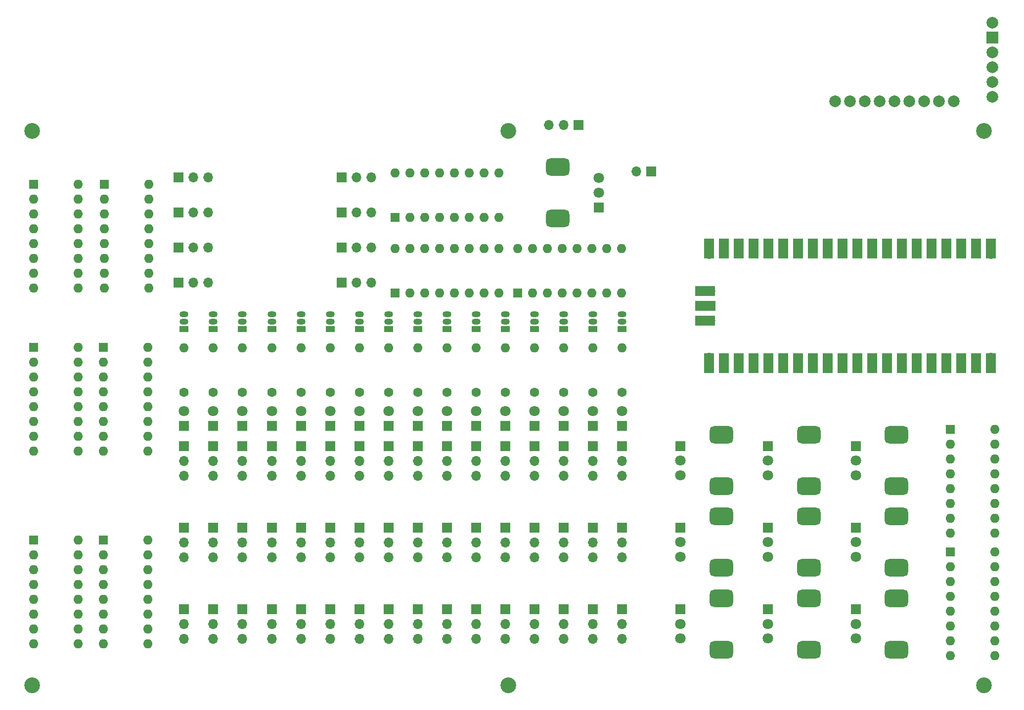
<source format=gbs>
G04 #@! TF.GenerationSoftware,KiCad,Pcbnew,8.0.7*
G04 #@! TF.CreationDate,2025-03-19T21:22:19+01:00*
G04 #@! TF.ProjectId,drum_machine,6472756d-5f6d-4616-9368-696e652e6b69,rev?*
G04 #@! TF.SameCoordinates,Original*
G04 #@! TF.FileFunction,Soldermask,Bot*
G04 #@! TF.FilePolarity,Negative*
%FSLAX46Y46*%
G04 Gerber Fmt 4.6, Leading zero omitted, Abs format (unit mm)*
G04 Created by KiCad (PCBNEW 8.0.7) date 2025-03-19 21:22:19*
%MOMM*%
%LPD*%
G01*
G04 APERTURE LIST*
G04 Aperture macros list*
%AMRoundRect*
0 Rectangle with rounded corners*
0 $1 Rounding radius*
0 $2 $3 $4 $5 $6 $7 $8 $9 X,Y pos of 4 corners*
0 Add a 4 corners polygon primitive as box body*
4,1,4,$2,$3,$4,$5,$6,$7,$8,$9,$2,$3,0*
0 Add four circle primitives for the rounded corners*
1,1,$1+$1,$2,$3*
1,1,$1+$1,$4,$5*
1,1,$1+$1,$6,$7*
1,1,$1+$1,$8,$9*
0 Add four rect primitives between the rounded corners*
20,1,$1+$1,$2,$3,$4,$5,0*
20,1,$1+$1,$4,$5,$6,$7,0*
20,1,$1+$1,$6,$7,$8,$9,0*
20,1,$1+$1,$8,$9,$2,$3,0*%
G04 Aperture macros list end*
%ADD10C,1.600000*%
%ADD11O,1.600000X1.600000*%
%ADD12R,1.500000X1.050000*%
%ADD13O,1.500000X1.050000*%
%ADD14R,1.800000X1.800000*%
%ADD15C,1.800000*%
%ADD16R,1.700000X1.700000*%
%ADD17O,1.700000X1.700000*%
%ADD18C,2.700000*%
%ADD19RoundRect,0.750000X-1.250000X-0.750000X1.250000X-0.750000X1.250000X0.750000X-1.250000X0.750000X0*%
%ADD20R,1.600000X1.600000*%
%ADD21RoundRect,0.750000X1.250000X0.750000X-1.250000X0.750000X-1.250000X-0.750000X1.250000X-0.750000X0*%
%ADD22C,2.000000*%
%ADD23R,2.000000X2.000000*%
%ADD24R,1.700000X3.500000*%
%ADD25R,3.500000X1.700000*%
G04 APERTURE END LIST*
D10*
X72000000Y-96810000D03*
D11*
X72000000Y-89190000D03*
D12*
X62000000Y-86000000D03*
D13*
X62000000Y-84730000D03*
X62000000Y-83460000D03*
D14*
X72000000Y-102540000D03*
D15*
X72000000Y-100000000D03*
D16*
X97000000Y-134000000D03*
D17*
X97000000Y-136540000D03*
X97000000Y-139080000D03*
D16*
X67000000Y-106000000D03*
D17*
X67000000Y-108540000D03*
X67000000Y-111080000D03*
D10*
X77000000Y-96810000D03*
D11*
X77000000Y-89190000D03*
D16*
X132000000Y-134000000D03*
D17*
X132000000Y-136540000D03*
X132000000Y-139080000D03*
D16*
X77000000Y-134000000D03*
D17*
X77000000Y-136540000D03*
X77000000Y-139080000D03*
D18*
X117500000Y-52000000D03*
D14*
X117000000Y-102540000D03*
D15*
X117000000Y-100000000D03*
D16*
X127000000Y-106000000D03*
D17*
X127000000Y-108540000D03*
X127000000Y-111080000D03*
D16*
X67000000Y-120000000D03*
D17*
X67000000Y-122540000D03*
X67000000Y-125080000D03*
D14*
X162000000Y-106000000D03*
D15*
X162000000Y-108500000D03*
X162000000Y-111000000D03*
D19*
X169000000Y-104100000D03*
X169000000Y-112900000D03*
D14*
X112000000Y-102540000D03*
D15*
X112000000Y-100000000D03*
D12*
X82000000Y-86000000D03*
D13*
X82000000Y-84730000D03*
X82000000Y-83460000D03*
D16*
X107000000Y-120000000D03*
D17*
X107000000Y-122540000D03*
X107000000Y-125080000D03*
D16*
X61000000Y-60000000D03*
D17*
X63540000Y-60000000D03*
X66080000Y-60000000D03*
D16*
X122000000Y-134000000D03*
D17*
X122000000Y-136540000D03*
X122000000Y-139080000D03*
D12*
X67000000Y-86000000D03*
D13*
X67000000Y-84730000D03*
X67000000Y-83460000D03*
D12*
X127000000Y-86000000D03*
D13*
X127000000Y-84730000D03*
X127000000Y-83460000D03*
D16*
X137000000Y-120000000D03*
D17*
X137000000Y-122540000D03*
X137000000Y-125080000D03*
D14*
X97000000Y-102540000D03*
D15*
X97000000Y-100000000D03*
D20*
X48200000Y-89125000D03*
D11*
X48200000Y-91665000D03*
X48200000Y-94205000D03*
X48200000Y-96745000D03*
X48200000Y-99285000D03*
X48200000Y-101825000D03*
X48200000Y-104365000D03*
X48200000Y-106905000D03*
X55820000Y-106905000D03*
X55820000Y-104365000D03*
X55820000Y-101825000D03*
X55820000Y-99285000D03*
X55820000Y-96745000D03*
X55820000Y-94205000D03*
X55820000Y-91665000D03*
X55820000Y-89125000D03*
D16*
X72000000Y-106000000D03*
D17*
X72000000Y-108540000D03*
X72000000Y-111080000D03*
D10*
X137000000Y-96810000D03*
D11*
X137000000Y-89190000D03*
D16*
X72000000Y-120000000D03*
D17*
X72000000Y-122540000D03*
X72000000Y-125080000D03*
D10*
X62000000Y-96810000D03*
D11*
X62000000Y-89190000D03*
D12*
X92000000Y-86000000D03*
D13*
X92000000Y-84730000D03*
X92000000Y-83460000D03*
D16*
X87000000Y-120000000D03*
D17*
X87000000Y-122540000D03*
X87000000Y-125080000D03*
D12*
X102000000Y-86000000D03*
D13*
X102000000Y-84730000D03*
X102000000Y-83460000D03*
D20*
X193200000Y-124125000D03*
D11*
X193200000Y-126665000D03*
X193200000Y-129205000D03*
X193200000Y-131745000D03*
X193200000Y-134285000D03*
X193200000Y-136825000D03*
X193200000Y-139365000D03*
X193200000Y-141905000D03*
X200820000Y-141905000D03*
X200820000Y-139365000D03*
X200820000Y-136825000D03*
X200820000Y-134285000D03*
X200820000Y-131745000D03*
X200820000Y-129205000D03*
X200820000Y-126665000D03*
X200820000Y-124125000D03*
D16*
X132000000Y-106000000D03*
D17*
X132000000Y-108540000D03*
X132000000Y-111080000D03*
D16*
X89000000Y-78000000D03*
D17*
X91540000Y-78000000D03*
X94080000Y-78000000D03*
D16*
X92000000Y-134000000D03*
D17*
X92000000Y-136540000D03*
X92000000Y-139080000D03*
D20*
X36200000Y-61125000D03*
D11*
X36200000Y-63665000D03*
X36200000Y-66205000D03*
X36200000Y-68745000D03*
X36200000Y-71285000D03*
X36200000Y-73825000D03*
X36200000Y-76365000D03*
X36200000Y-78905000D03*
X43820000Y-78905000D03*
X43820000Y-76365000D03*
X43820000Y-73825000D03*
X43820000Y-71285000D03*
X43820000Y-68745000D03*
X43820000Y-66205000D03*
X43820000Y-63665000D03*
X43820000Y-61125000D03*
D12*
X132000000Y-86000000D03*
D13*
X132000000Y-84730000D03*
X132000000Y-83460000D03*
D16*
X117000000Y-134000000D03*
D17*
X117000000Y-136540000D03*
X117000000Y-139080000D03*
D18*
X199000000Y-52000000D03*
D16*
X67000000Y-134000000D03*
D17*
X67000000Y-136540000D03*
X67000000Y-139080000D03*
D16*
X107000000Y-134000000D03*
D17*
X107000000Y-136540000D03*
X107000000Y-139080000D03*
D10*
X107000000Y-96810000D03*
D11*
X107000000Y-89190000D03*
D16*
X102000000Y-120000000D03*
D17*
X102000000Y-122540000D03*
X102000000Y-125080000D03*
D10*
X132000000Y-96810000D03*
D11*
X132000000Y-89190000D03*
D16*
X107000000Y-106000000D03*
D17*
X107000000Y-108540000D03*
X107000000Y-111080000D03*
D16*
X89000000Y-60000000D03*
D17*
X91540000Y-60000000D03*
X94080000Y-60000000D03*
D16*
X102000000Y-106000000D03*
D17*
X102000000Y-108540000D03*
X102000000Y-111080000D03*
D16*
X87000000Y-134000000D03*
D17*
X87000000Y-136540000D03*
X87000000Y-139080000D03*
D16*
X112000000Y-106000000D03*
D17*
X112000000Y-108540000D03*
X112000000Y-111080000D03*
D12*
X107000000Y-86000000D03*
D13*
X107000000Y-84730000D03*
X107000000Y-83460000D03*
D16*
X61000000Y-66000000D03*
D17*
X63540000Y-66000000D03*
X66080000Y-66000000D03*
D16*
X97000000Y-120000000D03*
D17*
X97000000Y-122540000D03*
X97000000Y-125080000D03*
D16*
X77000000Y-106000000D03*
D17*
X77000000Y-108540000D03*
X77000000Y-111080000D03*
D20*
X119125000Y-79800000D03*
D11*
X121665000Y-79800000D03*
X124205000Y-79800000D03*
X126745000Y-79800000D03*
X129285000Y-79800000D03*
X131825000Y-79800000D03*
X134365000Y-79800000D03*
X136905000Y-79800000D03*
X136905000Y-72180000D03*
X134365000Y-72180000D03*
X131825000Y-72180000D03*
X129285000Y-72180000D03*
X126745000Y-72180000D03*
X124205000Y-72180000D03*
X121665000Y-72180000D03*
X119125000Y-72180000D03*
D14*
X177000000Y-120000000D03*
D15*
X177000000Y-122500000D03*
X177000000Y-125000000D03*
D19*
X184000000Y-118100000D03*
X184000000Y-126900000D03*
D18*
X36000000Y-52000000D03*
D16*
X127000000Y-134000000D03*
D17*
X127000000Y-136540000D03*
X127000000Y-139080000D03*
D14*
X133000000Y-65100000D03*
D15*
X133000000Y-62600000D03*
X133000000Y-60100000D03*
D21*
X126000000Y-67000000D03*
X126000000Y-58200000D03*
D12*
X77000000Y-86000000D03*
D13*
X77000000Y-84730000D03*
X77000000Y-83460000D03*
D16*
X92000000Y-106000000D03*
D17*
X92000000Y-108540000D03*
X92000000Y-111080000D03*
D16*
X137000000Y-106000000D03*
D17*
X137000000Y-108540000D03*
X137000000Y-111080000D03*
D16*
X82000000Y-120000000D03*
D17*
X82000000Y-122540000D03*
X82000000Y-125080000D03*
D16*
X142000000Y-59000000D03*
D17*
X139460000Y-59000000D03*
D16*
X127000000Y-120000000D03*
D17*
X127000000Y-122540000D03*
X127000000Y-125080000D03*
D16*
X117000000Y-106000000D03*
D17*
X117000000Y-108540000D03*
X117000000Y-111080000D03*
D16*
X82000000Y-106000000D03*
D17*
X82000000Y-108540000D03*
X82000000Y-111080000D03*
D12*
X122000000Y-86000000D03*
D13*
X122000000Y-84730000D03*
X122000000Y-83460000D03*
D10*
X112000000Y-96810000D03*
D11*
X112000000Y-89190000D03*
D22*
X200394000Y-46160000D03*
X200394000Y-43620000D03*
X200394000Y-41080000D03*
X200394000Y-38540000D03*
D23*
X200394000Y-36000000D03*
D22*
X200394000Y-33460000D03*
X193790000Y-46922000D03*
X191250000Y-46922000D03*
X188710000Y-46922000D03*
X186170000Y-46922000D03*
X183630000Y-46922000D03*
X181090000Y-46922000D03*
X178550000Y-46922000D03*
X176010000Y-46922000D03*
X173470000Y-46922000D03*
D14*
X67000000Y-102540000D03*
D15*
X67000000Y-100000000D03*
D10*
X82000000Y-96810000D03*
D11*
X82000000Y-89190000D03*
D12*
X117000000Y-86000000D03*
D13*
X117000000Y-84730000D03*
X117000000Y-83460000D03*
D14*
X177000000Y-134000000D03*
D15*
X177000000Y-136500000D03*
X177000000Y-139000000D03*
D19*
X184000000Y-132100000D03*
X184000000Y-140900000D03*
D16*
X112000000Y-120000000D03*
D17*
X112000000Y-122540000D03*
X112000000Y-125080000D03*
D14*
X137000000Y-102540000D03*
D15*
X137000000Y-100000000D03*
D10*
X92000000Y-96810000D03*
D11*
X92000000Y-89190000D03*
D14*
X107000000Y-102540000D03*
D15*
X107000000Y-100000000D03*
D10*
X122000000Y-96810000D03*
D11*
X122000000Y-89190000D03*
D20*
X48300000Y-61125000D03*
D11*
X48300000Y-63665000D03*
X48300000Y-66205000D03*
X48300000Y-68745000D03*
X48300000Y-71285000D03*
X48300000Y-73825000D03*
X48300000Y-76365000D03*
X48300000Y-78905000D03*
X55920000Y-78905000D03*
X55920000Y-76365000D03*
X55920000Y-73825000D03*
X55920000Y-71285000D03*
X55920000Y-68745000D03*
X55920000Y-66205000D03*
X55920000Y-63665000D03*
X55920000Y-61125000D03*
D16*
X62000000Y-106000000D03*
D17*
X62000000Y-108540000D03*
X62000000Y-111080000D03*
D14*
X102000000Y-102540000D03*
D15*
X102000000Y-100000000D03*
D14*
X147000000Y-120000000D03*
D15*
X147000000Y-122500000D03*
X147000000Y-125000000D03*
D19*
X154000000Y-118100000D03*
X154000000Y-126900000D03*
D16*
X122000000Y-106000000D03*
D17*
X122000000Y-108540000D03*
X122000000Y-111080000D03*
D12*
X97000000Y-86000000D03*
D13*
X97000000Y-84730000D03*
X97000000Y-83460000D03*
D14*
X82000000Y-102540000D03*
D15*
X82000000Y-100000000D03*
D16*
X62000000Y-120000000D03*
D17*
X62000000Y-122540000D03*
X62000000Y-125080000D03*
D16*
X137000000Y-134000000D03*
D17*
X137000000Y-136540000D03*
X137000000Y-139080000D03*
D20*
X98125000Y-79800000D03*
D11*
X100665000Y-79800000D03*
X103205000Y-79800000D03*
X105745000Y-79800000D03*
X108285000Y-79800000D03*
X110825000Y-79800000D03*
X113365000Y-79800000D03*
X115905000Y-79800000D03*
X115905000Y-72180000D03*
X113365000Y-72180000D03*
X110825000Y-72180000D03*
X108285000Y-72180000D03*
X105745000Y-72180000D03*
X103205000Y-72180000D03*
X100665000Y-72180000D03*
X98125000Y-72180000D03*
D16*
X117000000Y-120000000D03*
D17*
X117000000Y-122540000D03*
X117000000Y-125080000D03*
D14*
X77000000Y-102540000D03*
D15*
X77000000Y-100000000D03*
D10*
X67000000Y-96810000D03*
D11*
X67000000Y-89190000D03*
D10*
X127000000Y-96810000D03*
D11*
X127000000Y-89190000D03*
D10*
X97000000Y-96810000D03*
D11*
X97000000Y-89190000D03*
D16*
X77000000Y-120000000D03*
D17*
X77000000Y-122540000D03*
X77000000Y-125080000D03*
D14*
X147000000Y-134000000D03*
D15*
X147000000Y-136500000D03*
X147000000Y-139000000D03*
D19*
X154000000Y-132100000D03*
X154000000Y-140900000D03*
D10*
X87000000Y-96810000D03*
D11*
X87000000Y-89190000D03*
D16*
X97000000Y-106000000D03*
D17*
X97000000Y-108540000D03*
X97000000Y-111080000D03*
D14*
X147000000Y-106000000D03*
D15*
X147000000Y-108500000D03*
X147000000Y-111000000D03*
D19*
X154000000Y-104100000D03*
X154000000Y-112900000D03*
D20*
X98125000Y-66800000D03*
D11*
X100665000Y-66800000D03*
X103205000Y-66800000D03*
X105745000Y-66800000D03*
X108285000Y-66800000D03*
X110825000Y-66800000D03*
X113365000Y-66800000D03*
X115905000Y-66800000D03*
X115905000Y-59180000D03*
X113365000Y-59180000D03*
X110825000Y-59180000D03*
X108285000Y-59180000D03*
X105745000Y-59180000D03*
X103205000Y-59180000D03*
X100665000Y-59180000D03*
X98125000Y-59180000D03*
D16*
X102000000Y-134000000D03*
D17*
X102000000Y-136540000D03*
X102000000Y-139080000D03*
D16*
X72000000Y-134000000D03*
D17*
X72000000Y-136540000D03*
X72000000Y-139080000D03*
D16*
X89000000Y-72000000D03*
D17*
X91540000Y-72000000D03*
X94080000Y-72000000D03*
D16*
X62000000Y-134000000D03*
D17*
X62000000Y-136540000D03*
X62000000Y-139080000D03*
D16*
X61000000Y-72000000D03*
D17*
X63540000Y-72000000D03*
X66080000Y-72000000D03*
D18*
X36000000Y-147000000D03*
D16*
X92000000Y-120000000D03*
D17*
X92000000Y-122540000D03*
X92000000Y-125080000D03*
D14*
X132000000Y-102540000D03*
D15*
X132000000Y-100000000D03*
D14*
X92000000Y-102540000D03*
D15*
X92000000Y-100000000D03*
D14*
X162000000Y-120000000D03*
D15*
X162000000Y-122500000D03*
X162000000Y-125000000D03*
D19*
X169000000Y-118100000D03*
X169000000Y-126900000D03*
D16*
X87000000Y-106000000D03*
D17*
X87000000Y-108540000D03*
X87000000Y-111080000D03*
D16*
X112000000Y-134000000D03*
D17*
X112000000Y-136540000D03*
X112000000Y-139080000D03*
D16*
X89000000Y-66000000D03*
D17*
X91540000Y-66000000D03*
X94080000Y-66000000D03*
D14*
X62000000Y-102540000D03*
D15*
X62000000Y-100000000D03*
D12*
X137000000Y-86000000D03*
D13*
X137000000Y-84730000D03*
X137000000Y-83460000D03*
D12*
X72000000Y-86000000D03*
D13*
X72000000Y-84730000D03*
X72000000Y-83460000D03*
D16*
X129500000Y-51000000D03*
D17*
X126960000Y-51000000D03*
X124420000Y-51000000D03*
D14*
X87000000Y-102540000D03*
D15*
X87000000Y-100000000D03*
D16*
X122000000Y-120000000D03*
D17*
X122000000Y-122540000D03*
X122000000Y-125080000D03*
D10*
X117000000Y-96810000D03*
D11*
X117000000Y-89190000D03*
D12*
X112000000Y-86000000D03*
D13*
X112000000Y-84730000D03*
X112000000Y-83460000D03*
D16*
X82000000Y-134000000D03*
D17*
X82000000Y-136540000D03*
X82000000Y-139080000D03*
D16*
X61000000Y-78000000D03*
D17*
X63540000Y-78000000D03*
X66080000Y-78000000D03*
D14*
X127000000Y-102540000D03*
D15*
X127000000Y-100000000D03*
D20*
X193200000Y-103125000D03*
D11*
X193200000Y-105665000D03*
X193200000Y-108205000D03*
X193200000Y-110745000D03*
X193200000Y-113285000D03*
X193200000Y-115825000D03*
X193200000Y-118365000D03*
X193200000Y-120905000D03*
X200820000Y-120905000D03*
X200820000Y-118365000D03*
X200820000Y-115825000D03*
X200820000Y-113285000D03*
X200820000Y-110745000D03*
X200820000Y-108205000D03*
X200820000Y-105665000D03*
X200820000Y-103125000D03*
D20*
X36200000Y-89125000D03*
D11*
X36200000Y-91665000D03*
X36200000Y-94205000D03*
X36200000Y-96745000D03*
X36200000Y-99285000D03*
X36200000Y-101825000D03*
X36200000Y-104365000D03*
X36200000Y-106905000D03*
X43820000Y-106905000D03*
X43820000Y-104365000D03*
X43820000Y-101825000D03*
X43820000Y-99285000D03*
X43820000Y-96745000D03*
X43820000Y-94205000D03*
X43820000Y-91665000D03*
X43820000Y-89125000D03*
D16*
X132000000Y-120000000D03*
D17*
X132000000Y-122540000D03*
X132000000Y-125080000D03*
D10*
X102000000Y-96810000D03*
D11*
X102000000Y-89190000D03*
D20*
X36200000Y-122125000D03*
D11*
X36200000Y-124665000D03*
X36200000Y-127205000D03*
X36200000Y-129745000D03*
X36200000Y-132285000D03*
X36200000Y-134825000D03*
X36200000Y-137365000D03*
X36200000Y-139905000D03*
X43820000Y-139905000D03*
X43820000Y-137365000D03*
X43820000Y-134825000D03*
X43820000Y-132285000D03*
X43820000Y-129745000D03*
X43820000Y-127205000D03*
X43820000Y-124665000D03*
X43820000Y-122125000D03*
D18*
X117500000Y-147000000D03*
X199000000Y-147000000D03*
D14*
X162000000Y-134000000D03*
D15*
X162000000Y-136500000D03*
X162000000Y-139000000D03*
D19*
X169000000Y-132100000D03*
X169000000Y-140900000D03*
D14*
X122000000Y-102540000D03*
D15*
X122000000Y-100000000D03*
D14*
X177000000Y-106000000D03*
D15*
X177000000Y-108500000D03*
X177000000Y-111000000D03*
D19*
X184000000Y-104100000D03*
X184000000Y-112900000D03*
D20*
X48200000Y-122125000D03*
D11*
X48200000Y-124665000D03*
X48200000Y-127205000D03*
X48200000Y-129745000D03*
X48200000Y-132285000D03*
X48200000Y-134825000D03*
X48200000Y-137365000D03*
X48200000Y-139905000D03*
X55820000Y-139905000D03*
X55820000Y-137365000D03*
X55820000Y-134825000D03*
X55820000Y-132285000D03*
X55820000Y-129745000D03*
X55820000Y-127205000D03*
X55820000Y-124665000D03*
X55820000Y-122125000D03*
D12*
X87000000Y-86000000D03*
D13*
X87000000Y-84730000D03*
X87000000Y-83460000D03*
D17*
X200130000Y-90890000D03*
D24*
X200130000Y-91790000D03*
X197590000Y-91790000D03*
X195050000Y-91790000D03*
X192510000Y-91790000D03*
X189970000Y-91790000D03*
X187430000Y-91790000D03*
X184890000Y-91790000D03*
X182350000Y-91790000D03*
X179810000Y-91790000D03*
X177270000Y-91790000D03*
X174730000Y-91790000D03*
X172190000Y-91790000D03*
X169650000Y-91790000D03*
X167110000Y-91790000D03*
X164570000Y-91790000D03*
X162030000Y-91790000D03*
X159490000Y-91790000D03*
X156950000Y-91790000D03*
X154410000Y-91790000D03*
D17*
X151870000Y-90890000D03*
D24*
X151870000Y-91790000D03*
D17*
X151870000Y-73110000D03*
D24*
X151870000Y-72210000D03*
X154410000Y-72210000D03*
X156950000Y-72210000D03*
X159490000Y-72210000D03*
X162030000Y-72210000D03*
X164570000Y-72210000D03*
X167110000Y-72210000D03*
X169650000Y-72210000D03*
X172190000Y-72210000D03*
X174730000Y-72210000D03*
X177270000Y-72210000D03*
X179810000Y-72210000D03*
X182350000Y-72210000D03*
X184890000Y-72210000D03*
X187430000Y-72210000D03*
X189970000Y-72210000D03*
X192510000Y-72210000D03*
X195050000Y-72210000D03*
X197590000Y-72210000D03*
D17*
X200130000Y-73110000D03*
D24*
X200130000Y-72210000D03*
D17*
X152100000Y-84540000D03*
D25*
X151200000Y-84540000D03*
D16*
X152100000Y-82000000D03*
D25*
X151200000Y-82000000D03*
D17*
X152100000Y-79460000D03*
D25*
X151200000Y-79460000D03*
M02*

</source>
